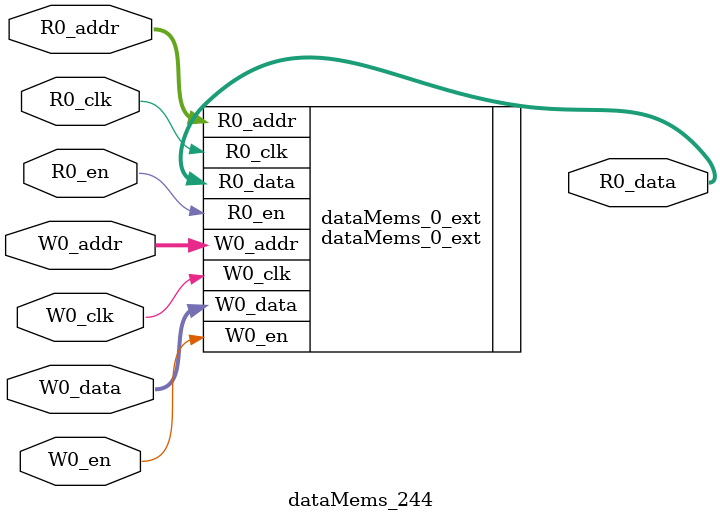
<source format=sv>
`ifndef RANDOMIZE
  `ifdef RANDOMIZE_REG_INIT
    `define RANDOMIZE
  `endif // RANDOMIZE_REG_INIT
`endif // not def RANDOMIZE
`ifndef RANDOMIZE
  `ifdef RANDOMIZE_MEM_INIT
    `define RANDOMIZE
  `endif // RANDOMIZE_MEM_INIT
`endif // not def RANDOMIZE

`ifndef RANDOM
  `define RANDOM $random
`endif // not def RANDOM

// Users can define 'PRINTF_COND' to add an extra gate to prints.
`ifndef PRINTF_COND_
  `ifdef PRINTF_COND
    `define PRINTF_COND_ (`PRINTF_COND)
  `else  // PRINTF_COND
    `define PRINTF_COND_ 1
  `endif // PRINTF_COND
`endif // not def PRINTF_COND_

// Users can define 'ASSERT_VERBOSE_COND' to add an extra gate to assert error printing.
`ifndef ASSERT_VERBOSE_COND_
  `ifdef ASSERT_VERBOSE_COND
    `define ASSERT_VERBOSE_COND_ (`ASSERT_VERBOSE_COND)
  `else  // ASSERT_VERBOSE_COND
    `define ASSERT_VERBOSE_COND_ 1
  `endif // ASSERT_VERBOSE_COND
`endif // not def ASSERT_VERBOSE_COND_

// Users can define 'STOP_COND' to add an extra gate to stop conditions.
`ifndef STOP_COND_
  `ifdef STOP_COND
    `define STOP_COND_ (`STOP_COND)
  `else  // STOP_COND
    `define STOP_COND_ 1
  `endif // STOP_COND
`endif // not def STOP_COND_

// Users can define INIT_RANDOM as general code that gets injected into the
// initializer block for modules with registers.
`ifndef INIT_RANDOM
  `define INIT_RANDOM
`endif // not def INIT_RANDOM

// If using random initialization, you can also define RANDOMIZE_DELAY to
// customize the delay used, otherwise 0.002 is used.
`ifndef RANDOMIZE_DELAY
  `define RANDOMIZE_DELAY 0.002
`endif // not def RANDOMIZE_DELAY

// Define INIT_RANDOM_PROLOG_ for use in our modules below.
`ifndef INIT_RANDOM_PROLOG_
  `ifdef RANDOMIZE
    `ifdef VERILATOR
      `define INIT_RANDOM_PROLOG_ `INIT_RANDOM
    `else  // VERILATOR
      `define INIT_RANDOM_PROLOG_ `INIT_RANDOM #`RANDOMIZE_DELAY begin end
    `endif // VERILATOR
  `else  // RANDOMIZE
    `define INIT_RANDOM_PROLOG_
  `endif // RANDOMIZE
`endif // not def INIT_RANDOM_PROLOG_

// Include register initializers in init blocks unless synthesis is set
`ifndef SYNTHESIS
  `ifndef ENABLE_INITIAL_REG_
    `define ENABLE_INITIAL_REG_
  `endif // not def ENABLE_INITIAL_REG_
`endif // not def SYNTHESIS

// Include rmemory initializers in init blocks unless synthesis is set
`ifndef SYNTHESIS
  `ifndef ENABLE_INITIAL_MEM_
    `define ENABLE_INITIAL_MEM_
  `endif // not def ENABLE_INITIAL_MEM_
`endif // not def SYNTHESIS

module dataMems_244(	// @[generators/ara/src/main/scala/UnsafeAXI4ToTL.scala:365:62]
  input  [4:0]   R0_addr,
  input          R0_en,
  input          R0_clk,
  output [130:0] R0_data,
  input  [4:0]   W0_addr,
  input          W0_en,
  input          W0_clk,
  input  [130:0] W0_data
);

  dataMems_0_ext dataMems_0_ext (	// @[generators/ara/src/main/scala/UnsafeAXI4ToTL.scala:365:62]
    .R0_addr (R0_addr),
    .R0_en   (R0_en),
    .R0_clk  (R0_clk),
    .R0_data (R0_data),
    .W0_addr (W0_addr),
    .W0_en   (W0_en),
    .W0_clk  (W0_clk),
    .W0_data (W0_data)
  );
endmodule


</source>
